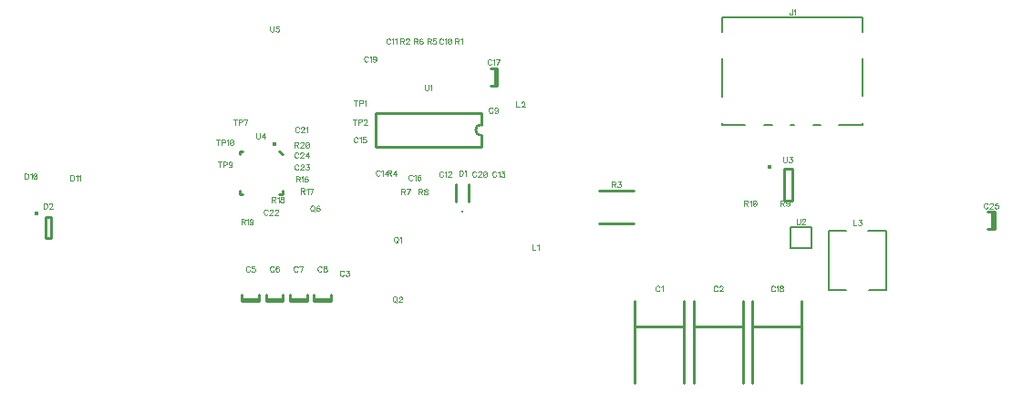
<source format=gbr>
G04 DipTrace 3.3.1.3*
G04 TopSilk.gbr*
%MOMM*%
G04 #@! TF.FileFunction,Legend,Top*
G04 #@! TF.Part,Single*
%ADD10C,0.25*%
%ADD28O,0.23999X0.23961*%
%ADD30O,0.39176X0.39154*%
%ADD33C,0.127*%
%ADD50C,0.15*%
%ADD54O,0.39103X0.39118*%
%ADD56O,0.39072X0.41272*%
%ADD148C,0.07843*%
%FSLAX35Y35*%
G04*
G71*
G90*
G75*
G01*
G04 TopSilk*
%LPD*%
X5421800Y1949777D2*
D10*
Y1189789D1*
X4961800Y1949777D2*
Y1189789D1*
X5421800Y1719819D2*
X4961800D1*
X5970677Y1949777D2*
Y1189789D1*
X5510677Y1949777D2*
Y1189789D1*
X5970677Y1719819D2*
X5510677D1*
X1477597Y1971177D2*
X1317757D1*
X1477597Y1952257D2*
X1317757D1*
X1477597D2*
Y2012097D1*
X1317757Y1952257D2*
Y2012097D1*
X1699840Y1971177D2*
X1540000D1*
X1699840Y1952257D2*
X1540000D1*
X1699840D2*
Y2012097D1*
X1540000Y1952257D2*
Y2012097D1*
X1922093Y1971177D2*
X1762253D1*
X1922093Y1952257D2*
X1762253D1*
X1922093D2*
Y2012097D1*
X1762253Y1952257D2*
Y2012097D1*
X2144343Y1971177D2*
X1984503D1*
X2144343Y1952257D2*
X1984503D1*
X2144343D2*
Y2012097D1*
X1984503Y1952257D2*
Y2012097D1*
X3665800Y4112847D2*
Y3953007D1*
X3684720Y4112847D2*
Y3953007D1*
Y4112847D2*
X3624880D1*
X3684720Y3953007D2*
X3624880D1*
X6517177Y1949777D2*
Y1189789D1*
X6057177Y1949777D2*
Y1189789D1*
X6517177Y1719819D2*
X6057177D1*
X8285427Y2779347D2*
Y2619507D1*
X8304347Y2779347D2*
Y2619507D1*
Y2779347D2*
X8244507D1*
X8304347Y2619507D2*
X8244507D1*
X3306178Y2873414D2*
Y3033411D1*
X3426175Y2873414D2*
Y3033411D1*
D28*
X3366177Y2779414D3*
D30*
X-594065Y2767765D3*
X-506687Y2734429D2*
D10*
Y2534412D1*
X-456713D1*
Y2734429D1*
X-506687D1*
X7084238Y3584896D2*
D33*
X6863362D1*
X5991300D2*
X5774362D1*
X7084238Y3854953D2*
Y4209926D1*
X5774362Y3851937D2*
Y4207954D1*
X7084238Y4452954D2*
Y4584967D1*
X5774362D1*
Y4449938D1*
X6689362Y3584896D2*
X6619237D1*
X6449362D2*
X6409238D1*
X6239363D2*
X6169238D1*
X5774362D2*
Y3603921D1*
X7084238Y3584896D2*
Y3602877D1*
X7298300Y2057943D2*
Y2607903D1*
X6768300D2*
Y2057943D1*
X6930321D1*
X7139300D2*
X7298300D1*
X6768300Y2607903D2*
X6932282D1*
X7134318D2*
X7298300D1*
X4635083Y2976507D2*
D10*
X4954763D1*
X4635083Y2676347D2*
X4954763D1*
X3538623Y3701159D2*
X2558723D1*
X3538623Y3380441D2*
X2558723D1*
Y3701159D2*
Y3380441D1*
X3538623Y3701159D2*
Y3590942D1*
Y3490658D2*
Y3380441D1*
Y3590942D2*
G03X3538623Y3490658I167J-50142D01*
G01*
X6609555Y2440677D2*
D50*
X6409539D1*
Y2640677D1*
X6609555D1*
Y2440677D1*
D54*
X6213198Y3196411D3*
X6350525Y3183044D2*
D10*
Y2883050D1*
X6430511Y3183044D2*
Y2883050D1*
X6350525D2*
X6430511D1*
X6350525Y3183044D2*
X6430511D1*
X1665119Y3344699D2*
X1694863Y3314395D1*
X1294991Y3344699D2*
Y3314395D1*
Y3344699D2*
X1324735D1*
X1294991Y2944320D2*
X1324735D1*
X1294991D2*
Y2974624D1*
X1694863Y2944320D2*
X1665119D1*
X1694863D2*
Y2974624D1*
D56*
X1619535Y3413954D3*
X5196086Y2082065D2*
D148*
X5193671Y2086895D1*
X5188786Y2091780D1*
X5183957Y2094195D1*
X5174242D1*
X5169357Y2091780D1*
X5164528Y2086895D1*
X5162057Y2082065D1*
X5159642Y2074765D1*
Y2062580D1*
X5162057Y2055336D1*
X5164528Y2050451D1*
X5169357Y2045622D1*
X5174242Y2043151D1*
X5183957D1*
X5188786Y2045622D1*
X5193671Y2050451D1*
X5196086Y2055336D1*
X5211772Y2084424D2*
X5216658Y2086895D1*
X5223958Y2094138D1*
Y2043151D1*
X5734041Y2082065D2*
X5731626Y2086895D1*
X5726741Y2091780D1*
X5721912Y2094195D1*
X5712197D1*
X5707312Y2091780D1*
X5702482Y2086895D1*
X5700012Y2082065D1*
X5697597Y2074765D1*
Y2062580D1*
X5700012Y2055336D1*
X5702482Y2050451D1*
X5707312Y2045622D1*
X5712197Y2043151D1*
X5721912D1*
X5726741Y2045622D1*
X5731626Y2050451D1*
X5734041Y2055336D1*
X5752198Y2082009D2*
Y2084424D1*
X5754612Y2089309D1*
X5757027Y2091724D1*
X5761912Y2094138D1*
X5771627D1*
X5776456Y2091724D1*
X5778871Y2089309D1*
X5781342Y2084424D1*
Y2079595D1*
X5778871Y2074709D1*
X5774042Y2067465D1*
X5749727Y2043151D1*
X5783756D1*
X2264164Y2224692D2*
X2261750Y2229521D1*
X2256864Y2234407D1*
X2252035Y2236821D1*
X2242320D1*
X2237435Y2234407D1*
X2232606Y2229521D1*
X2230135Y2224692D1*
X2227720Y2217392D1*
Y2205207D1*
X2230135Y2197963D1*
X2232606Y2193077D1*
X2237435Y2188248D1*
X2242320Y2185777D1*
X2252035D1*
X2256864Y2188248D1*
X2261750Y2193077D1*
X2264164Y2197963D1*
X2284736Y2236765D2*
X2311409D1*
X2296865Y2217336D1*
X2304165D1*
X2308994Y2214921D1*
X2311409Y2212507D1*
X2313880Y2205207D1*
Y2200377D1*
X2311409Y2193077D1*
X2306580Y2188192D1*
X2299280Y2185777D1*
X2291980D1*
X2284736Y2188192D1*
X2282321Y2190663D1*
X2279850Y2195492D1*
X1391041Y2264442D2*
X1388626Y2269271D1*
X1383741Y2274157D1*
X1378912Y2276571D1*
X1369197D1*
X1364312Y2274157D1*
X1359482Y2269271D1*
X1357012Y2264442D1*
X1354597Y2257142D1*
Y2244957D1*
X1357012Y2237713D1*
X1359482Y2232827D1*
X1364312Y2227998D1*
X1369197Y2225527D1*
X1378912D1*
X1383741Y2227998D1*
X1388626Y2232827D1*
X1391041Y2237713D1*
X1435871Y2276515D2*
X1411612D1*
X1409198Y2254671D1*
X1411612Y2257086D1*
X1418912Y2259557D1*
X1426156D1*
X1433456Y2257086D1*
X1438342Y2252257D1*
X1440756Y2244957D1*
Y2240127D1*
X1438342Y2232827D1*
X1433456Y2227942D1*
X1426156Y2225527D1*
X1418912D1*
X1411612Y2227942D1*
X1409198Y2230413D1*
X1406727Y2235242D1*
X1614520Y2264442D2*
X1612105Y2269271D1*
X1607220Y2274157D1*
X1602390Y2276571D1*
X1592676D1*
X1587790Y2274157D1*
X1582961Y2269271D1*
X1580490Y2264442D1*
X1578076Y2257142D1*
Y2244957D1*
X1580490Y2237713D1*
X1582961Y2232827D1*
X1587790Y2227998D1*
X1592676Y2225527D1*
X1602390D1*
X1607220Y2227998D1*
X1612105Y2232827D1*
X1614520Y2237713D1*
X1659350Y2269271D2*
X1656935Y2274101D1*
X1649635Y2276515D1*
X1644806D1*
X1637506Y2274101D1*
X1632620Y2266801D1*
X1630206Y2254671D1*
Y2242542D1*
X1632620Y2232827D1*
X1637506Y2227942D1*
X1644806Y2225527D1*
X1647220D1*
X1654464Y2227942D1*
X1659350Y2232827D1*
X1661764Y2240127D1*
Y2242542D1*
X1659350Y2249842D1*
X1654464Y2254671D1*
X1647220Y2257086D1*
X1644806D1*
X1637506Y2254671D1*
X1632620Y2249842D1*
X1630206Y2242542D1*
X1835538Y2264442D2*
X1833123Y2269271D1*
X1828238Y2274157D1*
X1823408Y2276571D1*
X1813694D1*
X1808808Y2274157D1*
X1803979Y2269271D1*
X1801508Y2264442D1*
X1799094Y2257142D1*
Y2244957D1*
X1801508Y2237713D1*
X1803979Y2232827D1*
X1808808Y2227998D1*
X1813694Y2225527D1*
X1823408D1*
X1828238Y2227998D1*
X1833123Y2232827D1*
X1835538Y2237713D1*
X1860938Y2225527D2*
X1885253Y2276515D1*
X1851224D1*
X2057816Y2264442D2*
X2055401Y2269271D1*
X2050516Y2274157D1*
X2045686Y2276571D1*
X2035972D1*
X2031086Y2274157D1*
X2026257Y2269271D1*
X2023786Y2264442D1*
X2021372Y2257142D1*
Y2244957D1*
X2023786Y2237713D1*
X2026257Y2232827D1*
X2031086Y2227998D1*
X2035972Y2225527D1*
X2045686D1*
X2050516Y2227998D1*
X2055401Y2232827D1*
X2057816Y2237713D1*
X2085631Y2276515D2*
X2078387Y2274101D1*
X2075916Y2269271D1*
Y2264386D1*
X2078387Y2259557D1*
X2083216Y2257086D1*
X2092931Y2254671D1*
X2100231Y2252257D1*
X2105060Y2247371D1*
X2107475Y2242542D1*
Y2235242D1*
X2105060Y2230413D1*
X2102646Y2227942D1*
X2095346Y2225527D1*
X2085631D1*
X2078387Y2227942D1*
X2075916Y2230413D1*
X2073502Y2235242D1*
Y2242542D1*
X2075916Y2247371D1*
X2080802Y2252257D1*
X2088046Y2254671D1*
X2097760Y2257086D1*
X2102646Y2259557D1*
X2105060Y2264386D1*
Y2269271D1*
X2102646Y2274101D1*
X2095346Y2276515D1*
X2085631D1*
X3646498Y3737442D2*
X3644084Y3742271D1*
X3639198Y3747157D1*
X3634369Y3749571D1*
X3624654D1*
X3619769Y3747157D1*
X3614940Y3742271D1*
X3612469Y3737442D1*
X3610054Y3730142D1*
Y3717957D1*
X3612469Y3710713D1*
X3614940Y3705827D1*
X3619769Y3700998D1*
X3624654Y3698527D1*
X3634369D1*
X3639198Y3700998D1*
X3644084Y3705827D1*
X3646498Y3710713D1*
X3693799Y3732557D2*
X3691328Y3725257D1*
X3686499Y3720371D1*
X3679199Y3717957D1*
X3676784D1*
X3669484Y3720371D1*
X3664655Y3725257D1*
X3662184Y3732557D1*
Y3734971D1*
X3664655Y3742271D1*
X3669484Y3747101D1*
X3676784Y3749515D1*
X3679199D1*
X3686499Y3747101D1*
X3691328Y3742271D1*
X3693799Y3732557D1*
Y3720371D1*
X3691328Y3708242D1*
X3686499Y3700942D1*
X3679199Y3698527D1*
X3674370D1*
X3667070Y3700942D1*
X3664655Y3705827D1*
X3184855Y4378065D2*
X3182440Y4382895D1*
X3177555Y4387780D1*
X3172726Y4390195D1*
X3163011D1*
X3158126Y4387780D1*
X3153297Y4382895D1*
X3150826Y4378065D1*
X3148411Y4370765D1*
Y4358580D1*
X3150826Y4351336D1*
X3153297Y4346451D1*
X3158126Y4341622D1*
X3163011Y4339151D1*
X3172726D1*
X3177555Y4341622D1*
X3182440Y4346451D1*
X3184855Y4351336D1*
X3200541Y4380424D2*
X3205427Y4382895D1*
X3212727Y4390138D1*
Y4339151D1*
X3243013Y4390138D2*
X3235713Y4387724D1*
X3230828Y4380424D1*
X3228413Y4368295D1*
Y4360995D1*
X3230828Y4348865D1*
X3235713Y4341565D1*
X3243013Y4339151D1*
X3247842D1*
X3255142Y4341565D1*
X3259971Y4348865D1*
X3262442Y4360995D1*
Y4368295D1*
X3259971Y4380424D1*
X3255142Y4387724D1*
X3247842Y4390138D1*
X3243013D1*
X3259971Y4380424D2*
X3230828Y4348865D1*
X2695777Y4378065D2*
X2693362Y4382895D1*
X2688477Y4387780D1*
X2683648Y4390195D1*
X2673933D1*
X2669048Y4387780D1*
X2664218Y4382895D1*
X2661748Y4378065D1*
X2659333Y4370765D1*
Y4358580D1*
X2661748Y4351336D1*
X2664218Y4346451D1*
X2669048Y4341622D1*
X2673933Y4339151D1*
X2683648D1*
X2688477Y4341622D1*
X2693362Y4346451D1*
X2695777Y4351336D1*
X2711463Y4380424D2*
X2716349Y4382895D1*
X2723649Y4390138D1*
Y4339151D1*
X2739335Y4380424D2*
X2744220Y4382895D1*
X2751520Y4390138D1*
Y4339151D1*
X3186852Y3145442D2*
X3184437Y3150271D1*
X3179552Y3155157D1*
X3174722Y3157571D1*
X3165008D1*
X3160122Y3155157D1*
X3155293Y3150271D1*
X3152822Y3145442D1*
X3150408Y3138142D1*
Y3125957D1*
X3152822Y3118713D1*
X3155293Y3113827D1*
X3160122Y3108998D1*
X3165008Y3106527D1*
X3174722D1*
X3179552Y3108998D1*
X3184437Y3113827D1*
X3186852Y3118713D1*
X3202538Y3147801D2*
X3207423Y3150271D1*
X3214723Y3157515D1*
Y3106527D1*
X3232880Y3145386D2*
Y3147801D1*
X3235295Y3152686D1*
X3237710Y3155101D1*
X3242595Y3157515D1*
X3252310D1*
X3257139Y3155101D1*
X3259553Y3152686D1*
X3262024Y3147801D1*
Y3142971D1*
X3259553Y3138086D1*
X3254724Y3130842D1*
X3230410Y3106527D1*
X3264439D1*
X3678978Y3145442D2*
X3676564Y3150271D1*
X3671678Y3155157D1*
X3666849Y3157571D1*
X3657134D1*
X3652249Y3155157D1*
X3647420Y3150271D1*
X3644949Y3145442D1*
X3642534Y3138142D1*
Y3125957D1*
X3644949Y3118713D1*
X3647420Y3113827D1*
X3652249Y3108998D1*
X3657134Y3106527D1*
X3666849D1*
X3671678Y3108998D1*
X3676564Y3113827D1*
X3678978Y3118713D1*
X3694665Y3147801D2*
X3699550Y3150271D1*
X3706850Y3157515D1*
Y3106527D1*
X3727422Y3157515D2*
X3754095D1*
X3739551Y3138086D1*
X3746851D1*
X3751680Y3135671D1*
X3754095Y3133257D1*
X3756566Y3125957D1*
Y3121127D1*
X3754095Y3113827D1*
X3749266Y3108942D1*
X3741966Y3106527D1*
X3734666D1*
X3727422Y3108942D1*
X3725007Y3111413D1*
X3722536Y3116242D1*
X2598271Y3155942D2*
X2595856Y3160771D1*
X2590971Y3165657D1*
X2586142Y3168071D1*
X2576427D1*
X2571542Y3165657D1*
X2566713Y3160771D1*
X2564242Y3155942D1*
X2561827Y3148642D1*
Y3136457D1*
X2564242Y3129213D1*
X2566713Y3124327D1*
X2571542Y3119498D1*
X2576427Y3117027D1*
X2586142D1*
X2590971Y3119498D1*
X2595856Y3124327D1*
X2598271Y3129213D1*
X2613957Y3158301D2*
X2618843Y3160771D1*
X2626143Y3168015D1*
Y3117027D1*
X2666144D2*
Y3168015D1*
X2641829Y3134042D1*
X2678273D1*
X2393102Y3462942D2*
X2390687Y3467771D1*
X2385802Y3472657D1*
X2380972Y3475071D1*
X2371258D1*
X2366372Y3472657D1*
X2361543Y3467771D1*
X2359072Y3462942D1*
X2356658Y3455642D1*
Y3443457D1*
X2359072Y3436213D1*
X2361543Y3431327D1*
X2366372Y3426498D1*
X2371258Y3424027D1*
X2380972D1*
X2385802Y3426498D1*
X2390687Y3431327D1*
X2393102Y3436213D1*
X2408788Y3465301D2*
X2413673Y3467771D1*
X2420973Y3475015D1*
Y3424027D1*
X2465803Y3475015D2*
X2441545D1*
X2439130Y3453171D1*
X2441545Y3455586D1*
X2448845Y3458057D1*
X2456089D1*
X2463389Y3455586D1*
X2468274Y3450757D1*
X2470689Y3443457D1*
Y3438627D1*
X2468274Y3431327D1*
X2463389Y3426442D1*
X2456089Y3424027D1*
X2448845D1*
X2441545Y3426442D1*
X2439130Y3428913D1*
X2436660Y3433742D1*
X2902337Y3113315D2*
X2899922Y3118145D1*
X2895037Y3123030D1*
X2890208Y3125445D1*
X2880493D1*
X2875608Y3123030D1*
X2870779Y3118145D1*
X2868308Y3113315D1*
X2865893Y3106015D1*
Y3093830D1*
X2868308Y3086586D1*
X2870779Y3081701D1*
X2875608Y3076872D1*
X2880493Y3074401D1*
X2890208D1*
X2895037Y3076872D1*
X2899922Y3081701D1*
X2902337Y3086586D1*
X2918023Y3115674D2*
X2922909Y3118145D1*
X2930209Y3125388D1*
Y3074401D1*
X2975039Y3118145D2*
X2972624Y3122974D1*
X2965324Y3125388D1*
X2960495D1*
X2953195Y3122974D1*
X2948310Y3115674D1*
X2945895Y3103545D1*
Y3091415D1*
X2948310Y3081701D1*
X2953195Y3076815D1*
X2960495Y3074401D1*
X2962910D1*
X2970153Y3076815D1*
X2975039Y3081701D1*
X2977453Y3089001D1*
Y3091415D1*
X2975039Y3098715D1*
X2970153Y3103545D1*
X2962910Y3105959D1*
X2960495D1*
X2953195Y3103545D1*
X2948310Y3098715D1*
X2945895Y3091415D1*
X3634228Y4185192D2*
X3631814Y4190021D1*
X3626928Y4194907D1*
X3622099Y4197321D1*
X3612384D1*
X3607499Y4194907D1*
X3602670Y4190021D1*
X3600199Y4185192D1*
X3597784Y4177892D1*
Y4165707D1*
X3600199Y4158463D1*
X3602670Y4153577D1*
X3607499Y4148748D1*
X3612384Y4146277D1*
X3622099D1*
X3626928Y4148748D1*
X3631814Y4153577D1*
X3634228Y4158463D1*
X3649915Y4187551D2*
X3654800Y4190021D1*
X3662100Y4197265D1*
Y4146277D1*
X3687501D2*
X3711816Y4197265D1*
X3677786D1*
X6266633Y2082065D2*
X6264218Y2086895D1*
X6259333Y2091780D1*
X6254504Y2094195D1*
X6244789D1*
X6239904Y2091780D1*
X6235075Y2086895D1*
X6232604Y2082065D1*
X6230189Y2074765D1*
Y2062580D1*
X6232604Y2055336D1*
X6235075Y2050451D1*
X6239904Y2045622D1*
X6244789Y2043151D1*
X6254504D1*
X6259333Y2045622D1*
X6264218Y2050451D1*
X6266633Y2055336D1*
X6282319Y2084424D2*
X6287205Y2086895D1*
X6294505Y2094138D1*
Y2043151D1*
X6322320Y2094138D2*
X6315076Y2091724D1*
X6312606Y2086895D1*
Y2082009D1*
X6315076Y2077180D1*
X6319906Y2074709D1*
X6329620Y2072295D1*
X6336920Y2069880D1*
X6341749Y2064995D1*
X6344164Y2060165D1*
Y2052865D1*
X6341749Y2048036D1*
X6339335Y2045565D1*
X6332035Y2043151D1*
X6322320D1*
X6315076Y2045565D1*
X6312606Y2048036D1*
X6310191Y2052865D1*
Y2060165D1*
X6312606Y2064995D1*
X6317491Y2069880D1*
X6324735Y2072295D1*
X6334449Y2074709D1*
X6339335Y2077180D1*
X6341749Y2082009D1*
Y2086895D1*
X6339335Y2091724D1*
X6332035Y2094138D1*
X6322320D1*
X2489562Y4213689D2*
X2487148Y4218518D1*
X2482262Y4223403D1*
X2477433Y4225818D1*
X2467718D1*
X2462833Y4223403D1*
X2458004Y4218518D1*
X2455533Y4213689D1*
X2453118Y4206389D1*
Y4194203D1*
X2455533Y4186960D1*
X2458004Y4182074D1*
X2462833Y4177245D1*
X2467718Y4174774D1*
X2477433D1*
X2482262Y4177245D1*
X2487148Y4182074D1*
X2489562Y4186960D1*
X2505249Y4216047D2*
X2510134Y4218518D1*
X2517434Y4225762D1*
Y4174774D1*
X2564735Y4208803D2*
X2562264Y4201503D1*
X2557435Y4196618D1*
X2550135Y4194203D1*
X2547720D1*
X2540420Y4196618D1*
X2535591Y4201503D1*
X2533120Y4208803D1*
Y4211218D1*
X2535591Y4218518D1*
X2540420Y4223347D1*
X2547720Y4225762D1*
X2550135D1*
X2557435Y4223347D1*
X2562264Y4218518D1*
X2564735Y4208803D1*
Y4196618D1*
X2562264Y4184489D1*
X2557435Y4177189D1*
X2550135Y4174774D1*
X2545306D1*
X2538006Y4177189D1*
X2535591Y4182074D1*
X3493433Y3145442D2*
X3491018Y3150271D1*
X3486133Y3155157D1*
X3481304Y3157571D1*
X3471589D1*
X3466704Y3155157D1*
X3461875Y3150271D1*
X3459404Y3145442D1*
X3456989Y3138142D1*
Y3125957D1*
X3459404Y3118713D1*
X3461875Y3113827D1*
X3466704Y3108998D1*
X3471589Y3106527D1*
X3481304D1*
X3486133Y3108998D1*
X3491018Y3113827D1*
X3493433Y3118713D1*
X3511590Y3145386D2*
Y3147801D1*
X3514005Y3152686D1*
X3516419Y3155101D1*
X3521305Y3157515D1*
X3531019D1*
X3535849Y3155101D1*
X3538263Y3152686D1*
X3540734Y3147801D1*
Y3142971D1*
X3538263Y3138086D1*
X3533434Y3130842D1*
X3509119Y3106527D1*
X3543149D1*
X3573435Y3157515D2*
X3566135Y3155101D1*
X3561249Y3147801D1*
X3558835Y3135671D1*
Y3128371D1*
X3561249Y3116242D1*
X3566135Y3108942D1*
X3573435Y3106527D1*
X3578264D1*
X3585564Y3108942D1*
X3590393Y3116242D1*
X3592864Y3128371D1*
Y3135671D1*
X3590393Y3147801D1*
X3585564Y3155101D1*
X3578264Y3157515D1*
X3573435D1*
X3590393Y3147801D2*
X3561249Y3116242D1*
X1847728Y3557815D2*
X1845314Y3562645D1*
X1840428Y3567530D1*
X1835599Y3569945D1*
X1825884D1*
X1820999Y3567530D1*
X1816170Y3562645D1*
X1813699Y3557815D1*
X1811284Y3550515D1*
Y3538330D1*
X1813699Y3531086D1*
X1816170Y3526201D1*
X1820999Y3521372D1*
X1825884Y3518901D1*
X1835599D1*
X1840428Y3521372D1*
X1845314Y3526201D1*
X1847728Y3531086D1*
X1865885Y3557759D2*
Y3560174D1*
X1868300Y3565059D1*
X1870715Y3567474D1*
X1875600Y3569888D1*
X1885315D1*
X1890144Y3567474D1*
X1892558Y3565059D1*
X1895029Y3560174D1*
Y3555345D1*
X1892558Y3550459D1*
X1887729Y3543215D1*
X1863415Y3518901D1*
X1897444D1*
X1913130Y3560174D2*
X1918016Y3562645D1*
X1925316Y3569888D1*
Y3518901D1*
X1556680Y2792315D2*
X1554265Y2797145D1*
X1549380Y2802030D1*
X1544551Y2804445D1*
X1534836D1*
X1529951Y2802030D1*
X1525121Y2797145D1*
X1522651Y2792315D1*
X1520236Y2785015D1*
Y2772830D1*
X1522651Y2765586D1*
X1525121Y2760701D1*
X1529951Y2755872D1*
X1534836Y2753401D1*
X1544551D1*
X1549380Y2755872D1*
X1554265Y2760701D1*
X1556680Y2765586D1*
X1574837Y2792259D2*
Y2794674D1*
X1577251Y2799559D1*
X1579666Y2801974D1*
X1584551Y2804388D1*
X1594266D1*
X1599095Y2801974D1*
X1601510Y2799559D1*
X1603981Y2794674D1*
Y2789845D1*
X1601510Y2784959D1*
X1596681Y2777715D1*
X1572366Y2753401D1*
X1606395D1*
X1624552Y2792259D2*
Y2794674D1*
X1626967Y2799559D1*
X1629382Y2801974D1*
X1634267Y2804388D1*
X1643982D1*
X1648811Y2801974D1*
X1651225Y2799559D1*
X1653696Y2794674D1*
Y2789845D1*
X1651225Y2784959D1*
X1646396Y2777715D1*
X1622082Y2753401D1*
X1656111D1*
X1843930Y3209439D2*
X1841515Y3214268D1*
X1836630Y3219153D1*
X1831801Y3221568D1*
X1822086D1*
X1817201Y3219153D1*
X1812371Y3214268D1*
X1809901Y3209439D1*
X1807486Y3202139D1*
Y3189953D1*
X1809901Y3182710D1*
X1812371Y3177824D1*
X1817201Y3172995D1*
X1822086Y3170524D1*
X1831801D1*
X1836630Y3172995D1*
X1841515Y3177824D1*
X1843930Y3182710D1*
X1862087Y3209383D2*
Y3211797D1*
X1864501Y3216683D1*
X1866916Y3219097D1*
X1871801Y3221512D1*
X1881516D1*
X1886345Y3219097D1*
X1888760Y3216683D1*
X1891231Y3211797D1*
Y3206968D1*
X1888760Y3202083D1*
X1883931Y3194839D1*
X1859616Y3170524D1*
X1893645D1*
X1914217Y3221512D2*
X1940890D1*
X1926346Y3202083D1*
X1933646D1*
X1938475Y3199668D1*
X1940890Y3197253D1*
X1943361Y3189953D1*
Y3185124D1*
X1940890Y3177824D1*
X1936061Y3172939D1*
X1928761Y3170524D1*
X1921461D1*
X1914217Y3172939D1*
X1911802Y3175410D1*
X1909332Y3180239D1*
X1842722Y3320565D2*
X1840308Y3325395D1*
X1835422Y3330280D1*
X1830593Y3332695D1*
X1820879D1*
X1815993Y3330280D1*
X1811164Y3325395D1*
X1808693Y3320565D1*
X1806279Y3313265D1*
Y3301080D1*
X1808693Y3293836D1*
X1811164Y3288951D1*
X1815993Y3284122D1*
X1820879Y3281651D1*
X1830593D1*
X1835422Y3284122D1*
X1840308Y3288951D1*
X1842722Y3293836D1*
X1860879Y3320509D2*
Y3322924D1*
X1863294Y3327809D1*
X1865709Y3330224D1*
X1870594Y3332638D1*
X1880309D1*
X1885138Y3330224D1*
X1887553Y3327809D1*
X1890023Y3322924D1*
Y3318095D1*
X1887553Y3313209D1*
X1882723Y3305965D1*
X1858409Y3281651D1*
X1892438D1*
X1932439D2*
Y3332638D1*
X1908124Y3298665D1*
X1944568D1*
X8242933Y2851692D2*
X8240518Y2856521D1*
X8235633Y2861407D1*
X8230804Y2863821D1*
X8221089D1*
X8216204Y2861407D1*
X8211375Y2856521D1*
X8208904Y2851692D1*
X8206489Y2844392D1*
Y2832207D1*
X8208904Y2824963D1*
X8211375Y2820077D1*
X8216204Y2815248D1*
X8221089Y2812777D1*
X8230804D1*
X8235633Y2815248D1*
X8240518Y2820077D1*
X8242933Y2824963D1*
X8261090Y2851636D2*
Y2854051D1*
X8263505Y2858936D1*
X8265919Y2861351D1*
X8270805Y2863765D1*
X8280519D1*
X8285349Y2861351D1*
X8287763Y2858936D1*
X8290234Y2854051D1*
Y2849221D1*
X8287763Y2844336D1*
X8282934Y2837092D1*
X8258619Y2812777D1*
X8292649D1*
X8337479Y2863765D2*
X8313220D1*
X8310806Y2841921D1*
X8313220Y2844336D1*
X8320520Y2846807D1*
X8327764D1*
X8335064Y2844336D1*
X8339949Y2839507D1*
X8342364Y2832207D1*
Y2827377D1*
X8339949Y2820077D1*
X8335064Y2815192D1*
X8327764Y2812777D1*
X8320520D1*
X8313220Y2815192D1*
X8310806Y2817663D1*
X8308335Y2822492D1*
X3335226Y3167821D2*
Y3116777D1*
X3352241D1*
X3359541Y3119248D1*
X3364426Y3124077D1*
X3366841Y3128963D1*
X3369255Y3136207D1*
Y3148392D1*
X3366841Y3155692D1*
X3364426Y3160521D1*
X3359541Y3165407D1*
X3352241Y3167821D1*
X3335226D1*
X3384942Y3158051D2*
X3389827Y3160521D1*
X3397127Y3167765D1*
Y3116777D1*
X-523572Y2861736D2*
Y2810692D1*
X-506558D1*
X-499258Y2813163D1*
X-494372Y2817992D1*
X-491958Y2822878D1*
X-489543Y2830122D1*
Y2842307D1*
X-491958Y2849607D1*
X-494372Y2854436D1*
X-499258Y2859322D1*
X-506558Y2861736D1*
X-523572D1*
X-471386Y2849551D2*
Y2851966D1*
X-468971Y2856851D1*
X-466557Y2859266D1*
X-461671Y2861680D1*
X-451957D1*
X-447128Y2859266D1*
X-444713Y2856851D1*
X-442242Y2851966D1*
Y2847136D1*
X-444713Y2842251D1*
X-449542Y2835007D1*
X-473857Y2810692D1*
X-439828D1*
X-698635Y3136321D2*
Y3085277D1*
X-681620D1*
X-674320Y3087748D1*
X-669435Y3092577D1*
X-667020Y3097463D1*
X-664606Y3104707D1*
Y3116892D1*
X-667020Y3124192D1*
X-669435Y3129021D1*
X-674320Y3133907D1*
X-681620Y3136321D1*
X-698635D1*
X-648919Y3126551D2*
X-644034Y3129021D1*
X-636734Y3136265D1*
Y3085277D1*
X-606448Y3136265D2*
X-613748Y3133851D1*
X-618633Y3126551D1*
X-621048Y3114421D1*
Y3107121D1*
X-618633Y3094992D1*
X-613748Y3087692D1*
X-606448Y3085277D1*
X-601618D1*
X-594318Y3087692D1*
X-589489Y3094992D1*
X-587018Y3107121D1*
Y3114421D1*
X-589489Y3126551D1*
X-594318Y3133851D1*
X-601618Y3136265D1*
X-606448D1*
X-589489Y3126551D2*
X-618633Y3094992D1*
X-274963Y3120445D2*
Y3069401D1*
X-257948D1*
X-250648Y3071872D1*
X-245763Y3076701D1*
X-243348Y3081586D1*
X-240934Y3088830D1*
Y3101015D1*
X-243348Y3108315D1*
X-245763Y3113145D1*
X-250648Y3118030D1*
X-257948Y3120445D1*
X-274963D1*
X-225247Y3110674D2*
X-220362Y3113145D1*
X-213062Y3120388D1*
Y3069401D1*
X-197376Y3110674D2*
X-192490Y3113145D1*
X-185190Y3120388D1*
Y3069401D1*
X6427521Y4659361D2*
Y4620503D1*
X6425107Y4613203D1*
X6422636Y4610788D1*
X6417807Y4608317D1*
X6412921D1*
X6408092Y4610788D1*
X6405678Y4613203D1*
X6403207Y4620503D1*
Y4625332D1*
X6443208Y4649591D2*
X6448093Y4652061D1*
X6455393Y4659305D1*
Y4608317D1*
X4015792Y2478695D2*
Y2427651D1*
X4044936D1*
X4060622Y2468924D2*
X4065508Y2471395D1*
X4072808Y2478638D1*
Y2427651D1*
X3866494Y3804695D2*
Y3753651D1*
X3895638D1*
X3913795Y3792509D2*
Y3794924D1*
X3916209Y3799809D1*
X3918624Y3802224D1*
X3923509Y3804638D1*
X3933224D1*
X3938053Y3802224D1*
X3940468Y3799809D1*
X3942938Y3794924D1*
Y3790095D1*
X3940468Y3785209D1*
X3935638Y3777965D1*
X3911324Y3753651D1*
X3945353D1*
X6993870Y2707318D2*
Y2656274D1*
X7023014D1*
X7043586Y2707262D2*
X7070259D1*
X7055715Y2687833D1*
X7063015D1*
X7067844Y2685418D1*
X7070259Y2683003D1*
X7072730Y2675703D1*
Y2670874D1*
X7070259Y2663574D1*
X7065430Y2658689D1*
X7058130Y2656274D1*
X7050830D1*
X7043586Y2658689D1*
X7041171Y2661160D1*
X7038700Y2665989D1*
X2744130Y2549821D2*
X2739301Y2547463D1*
X2734416Y2542577D1*
X2732001Y2537692D1*
X2729530Y2530392D1*
Y2518263D1*
X2732001Y2510963D1*
X2734416Y2506134D1*
X2739301Y2501248D1*
X2744130Y2498834D1*
X2753845D1*
X2758730Y2501248D1*
X2763559Y2506134D1*
X2765974Y2510963D1*
X2768445Y2518263D1*
Y2530392D1*
X2765974Y2537692D1*
X2763559Y2542577D1*
X2758730Y2547463D1*
X2753845Y2549821D1*
X2744130D1*
X2751430Y2508548D2*
X2765974Y2493948D1*
X2784131Y2540051D2*
X2789016Y2542521D1*
X2796316Y2549765D1*
Y2498777D1*
X2733208Y1994198D2*
X2728379Y1991840D1*
X2723494Y1986954D1*
X2721079Y1982069D1*
X2718608Y1974769D1*
Y1962640D1*
X2721079Y1955340D1*
X2723494Y1950510D1*
X2728379Y1945625D1*
X2733208Y1943210D1*
X2742923D1*
X2747808Y1945625D1*
X2752638Y1950510D1*
X2755052Y1955340D1*
X2757523Y1962640D1*
Y1974769D1*
X2755052Y1982069D1*
X2752638Y1986954D1*
X2747808Y1991840D1*
X2742923Y1994198D1*
X2733208D1*
X2740508Y1952925D2*
X2755052Y1938325D1*
X2775680Y1982013D2*
Y1984427D1*
X2778095Y1989313D1*
X2780509Y1991727D1*
X2785395Y1994142D1*
X2795109D1*
X2799938Y1991727D1*
X2802353Y1989313D1*
X2804824Y1984427D1*
Y1979598D1*
X2802353Y1974713D1*
X2797524Y1967469D1*
X2773209Y1943154D1*
X2807238D1*
X1968267Y2839195D2*
X1963438Y2836836D1*
X1958552Y2831951D1*
X1956138Y2827065D1*
X1953667Y2819765D1*
Y2807636D1*
X1956138Y2800336D1*
X1958552Y2795507D1*
X1963438Y2790622D1*
X1968267Y2788207D1*
X1977982D1*
X1982867Y2790622D1*
X1987696Y2795507D1*
X1990111Y2800336D1*
X1992582Y2807636D1*
Y2819765D1*
X1990111Y2827065D1*
X1987696Y2831951D1*
X1982867Y2836836D1*
X1977982Y2839195D1*
X1968267D1*
X1975567Y2797922D2*
X1990111Y2783322D1*
X2037412Y2831895D2*
X2034997Y2836724D1*
X2027697Y2839138D1*
X2022868D1*
X2015568Y2836724D1*
X2010682Y2829424D1*
X2008268Y2817295D1*
Y2805165D1*
X2010682Y2795451D1*
X2015568Y2790565D1*
X2022868Y2788151D1*
X2025282D1*
X2032526Y2790565D1*
X2037412Y2795451D1*
X2039826Y2802751D1*
Y2805165D1*
X2037412Y2812465D1*
X2032526Y2817295D1*
X2025282Y2819709D1*
X2022868D1*
X2015568Y2817295D1*
X2010682Y2812465D1*
X2008268Y2805165D1*
X3299476Y4365880D2*
X3321320D1*
X3328620Y4368351D1*
X3331091Y4370765D1*
X3333505Y4375595D1*
Y4380480D1*
X3331091Y4385309D1*
X3328620Y4387780D1*
X3321320Y4390195D1*
X3299476D1*
Y4339151D1*
X3316491Y4365880D2*
X3333505Y4339151D1*
X3349192Y4380424D2*
X3354077Y4382895D1*
X3361377Y4390138D1*
Y4339151D1*
X2788554Y4365880D2*
X2810398D1*
X2817698Y4368351D1*
X2820169Y4370765D1*
X2822584Y4375595D1*
Y4380480D1*
X2820169Y4385309D1*
X2817698Y4387780D1*
X2810398Y4390195D1*
X2788554D1*
Y4339151D1*
X2805569Y4365880D2*
X2822584Y4339151D1*
X2840741Y4378009D2*
Y4380424D1*
X2843155Y4385309D1*
X2845570Y4387724D1*
X2850455Y4390138D1*
X2860170D1*
X2864999Y4387724D1*
X2867414Y4385309D1*
X2869884Y4380424D1*
Y4375595D1*
X2867414Y4370709D1*
X2862584Y4363465D1*
X2838270Y4339151D1*
X2872299D1*
X4753051Y3036507D2*
X4774895D1*
X4782195Y3038977D1*
X4784666Y3041392D1*
X4787080Y3046221D1*
Y3051107D1*
X4784666Y3055936D1*
X4782195Y3058407D1*
X4774895Y3060821D1*
X4753051D1*
Y3009777D1*
X4770066Y3036507D2*
X4787080Y3009777D1*
X4807652Y3060765D2*
X4834325D1*
X4819781Y3041336D1*
X4827081D1*
X4831910Y3038921D1*
X4834325Y3036507D1*
X4836796Y3029207D1*
Y3024377D1*
X4834325Y3017077D1*
X4829496Y3012192D1*
X4822196Y3009777D1*
X4814896D1*
X4807652Y3012192D1*
X4805237Y3014663D1*
X4802766Y3019492D1*
X2672224Y3143757D2*
X2694068D1*
X2701368Y3146227D1*
X2703838Y3148642D1*
X2706253Y3153471D1*
Y3158357D1*
X2703838Y3163186D1*
X2701368Y3165657D1*
X2694068Y3168071D1*
X2672224D1*
Y3117027D1*
X2689238Y3143757D2*
X2706253Y3117027D1*
X2746254D2*
Y3168015D1*
X2721939Y3134042D1*
X2758383D1*
X3038554Y4365880D2*
X3060398D1*
X3067698Y4368351D1*
X3070169Y4370765D1*
X3072584Y4375595D1*
Y4380480D1*
X3070169Y4385309D1*
X3067698Y4387780D1*
X3060398Y4390195D1*
X3038554D1*
Y4339151D1*
X3055569Y4365880D2*
X3072584Y4339151D1*
X3117414Y4390138D2*
X3093155D1*
X3090741Y4368295D1*
X3093155Y4370709D1*
X3100455Y4373180D1*
X3107699D1*
X3114999Y4370709D1*
X3119884Y4365880D1*
X3122299Y4358580D1*
Y4353751D1*
X3119884Y4346451D1*
X3114999Y4341565D1*
X3107699Y4339151D1*
X3100455D1*
X3093155Y4341565D1*
X3090741Y4344036D1*
X3088270Y4348865D1*
X2914790Y4365880D2*
X2936634D1*
X2943934Y4368351D1*
X2946404Y4370765D1*
X2948819Y4375595D1*
Y4380480D1*
X2946404Y4385309D1*
X2943934Y4387780D1*
X2936634Y4390195D1*
X2914790D1*
Y4339151D1*
X2931804Y4365880D2*
X2948819Y4339151D1*
X2993649Y4382895D2*
X2991234Y4387724D1*
X2983934Y4390138D1*
X2979105D1*
X2971805Y4387724D1*
X2966920Y4380424D1*
X2964505Y4368295D1*
Y4356165D1*
X2966920Y4346451D1*
X2971805Y4341565D1*
X2979105Y4339151D1*
X2981520D1*
X2988764Y4341565D1*
X2993649Y4346451D1*
X2996064Y4353751D1*
Y4356165D1*
X2993649Y4363465D1*
X2988764Y4368295D1*
X2981520Y4370709D1*
X2979105D1*
X2971805Y4368295D1*
X2966920Y4363465D1*
X2964505Y4356165D1*
X2800428Y2968880D2*
X2822271D1*
X2829571Y2971351D1*
X2832042Y2973765D1*
X2834457Y2978595D1*
Y2983480D1*
X2832042Y2988309D1*
X2829571Y2990780D1*
X2822271Y2993195D1*
X2800428D1*
Y2942151D1*
X2817442Y2968880D2*
X2834457Y2942151D1*
X2859858D2*
X2884172Y2993138D1*
X2850143D1*
X2959202Y2968880D2*
X2981046D1*
X2988346Y2971351D1*
X2990817Y2973765D1*
X2993232Y2978595D1*
Y2983480D1*
X2990817Y2988309D1*
X2988346Y2990780D1*
X2981046Y2993195D1*
X2959202D1*
Y2942151D1*
X2976217Y2968880D2*
X2993232Y2942151D1*
X3021047Y2993138D2*
X3013803Y2990724D1*
X3011332Y2985895D1*
Y2981009D1*
X3013803Y2976180D1*
X3018632Y2973709D1*
X3028347Y2971295D1*
X3035647Y2968880D1*
X3040476Y2963995D1*
X3042891Y2959165D1*
Y2951865D1*
X3040476Y2947036D1*
X3038062Y2944565D1*
X3030762Y2942151D1*
X3021047D1*
X3013803Y2944565D1*
X3011332Y2947036D1*
X3008918Y2951865D1*
Y2959165D1*
X3011332Y2963995D1*
X3016218Y2968880D1*
X3023462Y2971295D1*
X3033176Y2973709D1*
X3038062Y2976180D1*
X3040476Y2981009D1*
Y2985895D1*
X3038062Y2990724D1*
X3030762Y2993138D1*
X3021047D1*
X6320258Y2863007D2*
X6342102D1*
X6349402Y2865477D1*
X6351873Y2867892D1*
X6354288Y2872721D1*
Y2877607D1*
X6351873Y2882436D1*
X6349402Y2884907D1*
X6342102Y2887321D1*
X6320258D1*
Y2836277D1*
X6337273Y2863007D2*
X6354288Y2836277D1*
X6401588Y2870307D2*
X6399118Y2863007D1*
X6394288Y2858121D1*
X6386988Y2855707D1*
X6384574D1*
X6377274Y2858121D1*
X6372445Y2863007D1*
X6369974Y2870307D1*
Y2872721D1*
X6372445Y2880021D1*
X6377274Y2884851D1*
X6384574Y2887265D1*
X6386988D1*
X6394288Y2884851D1*
X6399118Y2880021D1*
X6401588Y2870307D1*
Y2858121D1*
X6399118Y2845992D1*
X6394288Y2838692D1*
X6386988Y2836277D1*
X6382159D1*
X6374859Y2838692D1*
X6372445Y2843577D1*
X5982992Y2863007D2*
X6004836D1*
X6012136Y2865477D1*
X6014606Y2867892D1*
X6017021Y2872721D1*
Y2877607D1*
X6014606Y2882436D1*
X6012136Y2884907D1*
X6004836Y2887321D1*
X5982992D1*
Y2836277D1*
X6000006Y2863007D2*
X6017021Y2836277D1*
X6032707Y2877551D2*
X6037593Y2880021D1*
X6044893Y2887265D1*
Y2836277D1*
X6075179Y2887265D2*
X6067879Y2884851D1*
X6062994Y2877551D1*
X6060579Y2865421D1*
Y2858121D1*
X6062994Y2845992D1*
X6067879Y2838692D1*
X6075179Y2836277D1*
X6080008D1*
X6087308Y2838692D1*
X6092137Y2845992D1*
X6094608Y2858121D1*
Y2865421D1*
X6092137Y2877551D1*
X6087308Y2884851D1*
X6080008Y2887265D1*
X6075179D1*
X6092137Y2877551D2*
X6062994Y2845992D1*
X1820851Y3086130D2*
X1842694D1*
X1849994Y3088601D1*
X1852465Y3091015D1*
X1854880Y3095845D1*
Y3100730D1*
X1852465Y3105559D1*
X1849994Y3108030D1*
X1842694Y3110445D1*
X1820851D1*
Y3059401D1*
X1837865Y3086130D2*
X1854880Y3059401D1*
X1870566Y3100674D2*
X1875451Y3103145D1*
X1882751Y3110388D1*
Y3059401D1*
X1927582Y3103145D2*
X1925167Y3107974D1*
X1917867Y3110388D1*
X1913038D1*
X1905738Y3107974D1*
X1900852Y3100674D1*
X1898438Y3088545D1*
Y3076415D1*
X1900852Y3066701D1*
X1905738Y3061815D1*
X1913038Y3059401D1*
X1915452D1*
X1922696Y3061815D1*
X1927582Y3066701D1*
X1929996Y3074001D1*
Y3076415D1*
X1927582Y3083715D1*
X1922696Y3088545D1*
X1915452Y3090959D1*
X1913038D1*
X1905738Y3088545D1*
X1900852Y3083715D1*
X1898438Y3076415D1*
X1867242Y2975007D2*
X1889086D1*
X1896386Y2977477D1*
X1898856Y2979892D1*
X1901271Y2984721D1*
Y2989607D1*
X1898856Y2994436D1*
X1896386Y2996907D1*
X1889086Y2999321D1*
X1867242D1*
Y2948277D1*
X1884256Y2975007D2*
X1901271Y2948277D1*
X1916957Y2989551D2*
X1921843Y2992021D1*
X1929143Y2999265D1*
Y2948277D1*
X1954544D2*
X1978858Y2999265D1*
X1944829D1*
X1595893Y2895630D2*
X1617737D1*
X1625037Y2898101D1*
X1627508Y2900515D1*
X1629922Y2905345D1*
Y2910230D1*
X1627508Y2915059D1*
X1625037Y2917530D1*
X1617737Y2919945D1*
X1595893D1*
Y2868901D1*
X1612908Y2895630D2*
X1629922Y2868901D1*
X1645609Y2910174D2*
X1650494Y2912645D1*
X1657794Y2919888D1*
Y2868901D1*
X1685610Y2919888D2*
X1678366Y2917474D1*
X1675895Y2912645D1*
Y2907759D1*
X1678366Y2902930D1*
X1683195Y2900459D1*
X1692910Y2898045D1*
X1700210Y2895630D1*
X1705039Y2890745D1*
X1707453Y2885915D1*
Y2878615D1*
X1705039Y2873786D1*
X1702624Y2871315D1*
X1695324Y2868901D1*
X1685610D1*
X1678366Y2871315D1*
X1675895Y2873786D1*
X1673480Y2878615D1*
Y2885915D1*
X1675895Y2890745D1*
X1680780Y2895630D1*
X1688024Y2898045D1*
X1697739Y2900459D1*
X1702624Y2902930D1*
X1705039Y2907759D1*
Y2912645D1*
X1702624Y2917474D1*
X1695324Y2919888D1*
X1685610D1*
X1311322Y2689253D2*
X1333166D1*
X1340466Y2691724D1*
X1342937Y2694139D1*
X1345352Y2698968D1*
Y2703853D1*
X1342937Y2708683D1*
X1340466Y2711153D1*
X1333166Y2713568D1*
X1311322D1*
Y2662524D1*
X1328337Y2689253D2*
X1345352Y2662524D1*
X1361038Y2703797D2*
X1365923Y2706268D1*
X1373223Y2713512D1*
Y2662524D1*
X1420524Y2696553D2*
X1418053Y2689253D1*
X1413224Y2684368D1*
X1405924Y2681953D1*
X1403510D1*
X1396210Y2684368D1*
X1391380Y2689253D1*
X1388910Y2696553D1*
Y2698968D1*
X1391380Y2706268D1*
X1396210Y2711097D1*
X1403510Y2713512D1*
X1405924D1*
X1413224Y2711097D1*
X1418053Y2706268D1*
X1420524Y2696553D1*
Y2684368D1*
X1418053Y2672239D1*
X1413224Y2664939D1*
X1405924Y2662524D1*
X1401095D1*
X1393795Y2664939D1*
X1391380Y2669824D1*
X1808693Y3403630D2*
X1830537D1*
X1837837Y3406101D1*
X1840308Y3408515D1*
X1842722Y3413345D1*
Y3418230D1*
X1840308Y3423059D1*
X1837837Y3425530D1*
X1830537Y3427945D1*
X1808693D1*
Y3376901D1*
X1825708Y3403630D2*
X1842722Y3376901D1*
X1860879Y3415759D2*
Y3418174D1*
X1863294Y3423059D1*
X1865709Y3425474D1*
X1870594Y3427888D1*
X1880309D1*
X1885138Y3425474D1*
X1887553Y3423059D1*
X1890023Y3418174D1*
Y3413345D1*
X1887553Y3408459D1*
X1882723Y3401215D1*
X1858409Y3376901D1*
X1892438D1*
X1922724Y3427888D2*
X1915424Y3425474D1*
X1910539Y3418174D1*
X1908124Y3406045D1*
Y3398745D1*
X1910539Y3386615D1*
X1915424Y3379315D1*
X1922724Y3376901D1*
X1927553D1*
X1934853Y3379315D1*
X1939683Y3386615D1*
X1942153Y3398745D1*
Y3406045D1*
X1939683Y3418174D1*
X1934853Y3425474D1*
X1927553Y3427888D1*
X1922724D1*
X1939683Y3418174D2*
X1910539Y3386615D1*
X2374883Y3817195D2*
Y3766151D1*
X2357868Y3817195D2*
X2391898D1*
X2407584Y3790465D2*
X2429484D1*
X2436728Y3792880D1*
X2439199Y3795351D1*
X2441613Y3800180D1*
Y3807480D1*
X2439199Y3812309D1*
X2436728Y3814780D1*
X2429484Y3817195D1*
X2407584D1*
Y3766151D1*
X2457299Y3807424D2*
X2462185Y3809895D1*
X2469485Y3817138D1*
Y3766151D1*
X2363958Y3642571D2*
Y3591527D1*
X2346943Y3642571D2*
X2380972D1*
X2396659Y3615842D2*
X2418559D1*
X2425803Y3618257D1*
X2428273Y3620727D1*
X2430688Y3625557D1*
Y3632857D1*
X2428273Y3637686D1*
X2425803Y3640157D1*
X2418559Y3642571D1*
X2396659D1*
Y3591527D1*
X2448845Y3630386D2*
Y3632801D1*
X2451260Y3637686D1*
X2453674Y3640101D1*
X2458560Y3642515D1*
X2468274D1*
X2473103Y3640101D1*
X2475518Y3637686D1*
X2477989Y3632801D1*
Y3627971D1*
X2475518Y3623086D1*
X2470689Y3615842D1*
X2446374Y3591527D1*
X2480403D1*
X1252711Y3642568D2*
Y3591524D1*
X1235697Y3642568D2*
X1269726D1*
X1285412Y3615839D2*
X1307312D1*
X1314556Y3618253D1*
X1317027Y3620724D1*
X1319441Y3625553D1*
Y3632853D1*
X1317027Y3637683D1*
X1314556Y3640153D1*
X1307312Y3642568D1*
X1285412D1*
Y3591524D1*
X1344842D2*
X1369157Y3642512D1*
X1335128D1*
X1111042Y3245695D2*
Y3194651D1*
X1094027Y3245695D2*
X1128056D1*
X1143743Y3218965D2*
X1165643D1*
X1172887Y3221380D1*
X1175357Y3223851D1*
X1177772Y3228680D1*
Y3235980D1*
X1175357Y3240809D1*
X1172887Y3243280D1*
X1165643Y3245695D1*
X1143743D1*
Y3194651D1*
X1225073Y3228680D2*
X1222602Y3221380D1*
X1217773Y3216495D1*
X1210473Y3214080D1*
X1208058D1*
X1200758Y3216495D1*
X1195929Y3221380D1*
X1193458Y3228680D1*
Y3231095D1*
X1195929Y3238395D1*
X1200758Y3243224D1*
X1208058Y3245638D1*
X1210473D1*
X1217773Y3243224D1*
X1222602Y3238395D1*
X1225073Y3228680D1*
Y3216495D1*
X1222602Y3204365D1*
X1217773Y3197065D1*
X1210473Y3194651D1*
X1205644D1*
X1198344Y3197065D1*
X1195929Y3201951D1*
X1095899Y3452068D2*
Y3401024D1*
X1078884Y3452068D2*
X1112913D1*
X1128600Y3425339D2*
X1150500D1*
X1157743Y3427753D1*
X1160214Y3430224D1*
X1162629Y3435053D1*
Y3442353D1*
X1160214Y3447183D1*
X1157743Y3449653D1*
X1150500Y3452068D1*
X1128600D1*
Y3401024D1*
X1178315Y3442297D2*
X1183200Y3444768D1*
X1190500Y3452012D1*
Y3401024D1*
X1220787Y3452012D2*
X1213487Y3449597D1*
X1208601Y3442297D1*
X1206187Y3430168D1*
Y3422868D1*
X1208601Y3410739D1*
X1213487Y3403439D1*
X1220787Y3401024D1*
X1225616D1*
X1232916Y3403439D1*
X1237745Y3410739D1*
X1240216Y3422868D1*
Y3430168D1*
X1237745Y3442297D1*
X1232916Y3449597D1*
X1225616Y3452012D1*
X1220787D1*
X1237745Y3442297D2*
X1208601Y3410739D1*
X3017723Y3957695D2*
Y3921251D1*
X3020138Y3913951D1*
X3025023Y3909122D1*
X3032323Y3906651D1*
X3037152D1*
X3044452Y3909122D1*
X3049338Y3913951D1*
X3051752Y3921251D1*
Y3957695D1*
X3067438Y3947924D2*
X3072324Y3950395D1*
X3079624Y3957638D1*
Y3906651D1*
X6467674Y2715071D2*
Y2678627D1*
X6470089Y2671327D1*
X6474974Y2666498D1*
X6482274Y2664027D1*
X6487104D1*
X6494404Y2666498D1*
X6499289Y2671327D1*
X6501704Y2678627D1*
Y2715071D1*
X6519861Y2702886D2*
Y2705301D1*
X6522275Y2710186D1*
X6524690Y2712601D1*
X6529575Y2715015D1*
X6539290D1*
X6544119Y2712601D1*
X6546534Y2710186D1*
X6549004Y2705301D1*
Y2700471D1*
X6546534Y2695586D1*
X6541704Y2688342D1*
X6517390Y2664027D1*
X6551419D1*
X6345164Y3290365D2*
Y3253921D1*
X6347579Y3246621D1*
X6352464Y3241792D1*
X6359764Y3239321D1*
X6364594D1*
X6371894Y3241792D1*
X6376779Y3246621D1*
X6379194Y3253921D1*
Y3290365D1*
X6399765Y3290308D2*
X6426438D1*
X6411894Y3270879D1*
X6419194D1*
X6424024Y3268465D1*
X6426438Y3266050D1*
X6428909Y3258750D1*
Y3253921D1*
X6426438Y3246621D1*
X6421609Y3241735D1*
X6414309Y3239321D1*
X6407009D1*
X6399765Y3241735D1*
X6397351Y3244206D1*
X6394880Y3249035D1*
X1451847Y3508985D2*
Y3472541D1*
X1454262Y3465241D1*
X1459147Y3460412D1*
X1466447Y3457941D1*
X1471276D1*
X1478576Y3460412D1*
X1483462Y3465241D1*
X1485876Y3472541D1*
Y3508985D1*
X1525877Y3457941D2*
Y3508928D1*
X1501562Y3474955D1*
X1538006D1*
X1580428Y4505068D2*
Y4468624D1*
X1582842Y4461324D1*
X1587728Y4456495D1*
X1595028Y4454024D1*
X1599857D1*
X1607157Y4456495D1*
X1612042Y4461324D1*
X1614457Y4468624D1*
Y4505068D1*
X1659287Y4505012D2*
X1635029D1*
X1632614Y4483168D1*
X1635029Y4485583D1*
X1642329Y4488053D1*
X1649572D1*
X1656872Y4485583D1*
X1661758Y4480753D1*
X1664172Y4473453D1*
Y4468624D1*
X1661758Y4461324D1*
X1656872Y4456439D1*
X1649572Y4454024D1*
X1642329D1*
X1635029Y4456439D1*
X1632614Y4458910D1*
X1630143Y4463739D1*
M02*

</source>
